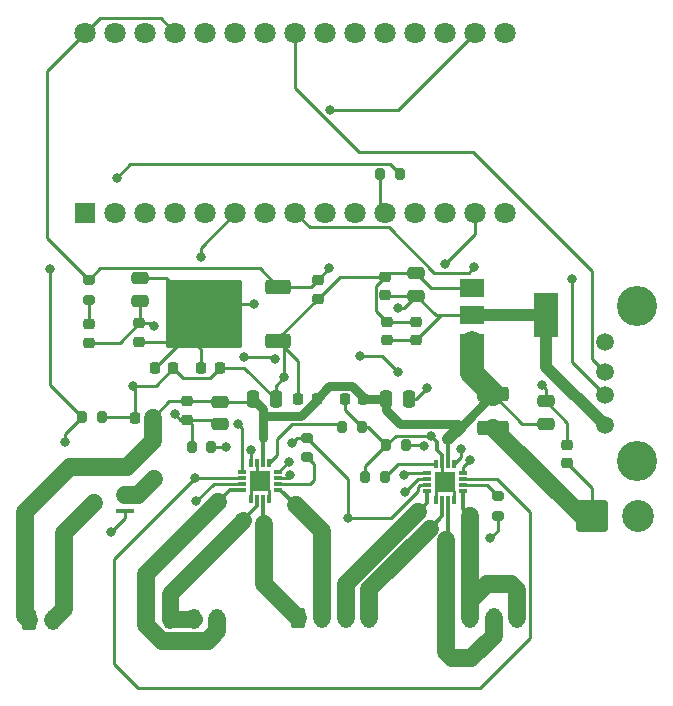
<source format=gtl>
G04 #@! TF.GenerationSoftware,KiCad,Pcbnew,7.0.1*
G04 #@! TF.CreationDate,2023-08-25T11:55:28+10:00*
G04 #@! TF.ProjectId,Firetruck,46697265-7472-4756-936b-2e6b69636164,rev?*
G04 #@! TF.SameCoordinates,Original*
G04 #@! TF.FileFunction,Copper,L1,Top*
G04 #@! TF.FilePolarity,Positive*
%FSLAX46Y46*%
G04 Gerber Fmt 4.6, Leading zero omitted, Abs format (unit mm)*
G04 Created by KiCad (PCBNEW 7.0.1) date 2023-08-25 11:55:28*
%MOMM*%
%LPD*%
G01*
G04 APERTURE LIST*
G04 Aperture macros list*
%AMRoundRect*
0 Rectangle with rounded corners*
0 $1 Rounding radius*
0 $2 $3 $4 $5 $6 $7 $8 $9 X,Y pos of 4 corners*
0 Add a 4 corners polygon primitive as box body*
4,1,4,$2,$3,$4,$5,$6,$7,$8,$9,$2,$3,0*
0 Add four circle primitives for the rounded corners*
1,1,$1+$1,$2,$3*
1,1,$1+$1,$4,$5*
1,1,$1+$1,$6,$7*
1,1,$1+$1,$8,$9*
0 Add four rect primitives between the rounded corners*
20,1,$1+$1,$2,$3,$4,$5,0*
20,1,$1+$1,$4,$5,$6,$7,0*
20,1,$1+$1,$6,$7,$8,$9,0*
20,1,$1+$1,$8,$9,$2,$3,0*%
G04 Aperture macros list end*
G04 #@! TA.AperFunction,SMDPad,CuDef*
%ADD10RoundRect,0.200000X-0.275000X0.200000X-0.275000X-0.200000X0.275000X-0.200000X0.275000X0.200000X0*%
G04 #@! TD*
G04 #@! TA.AperFunction,SMDPad,CuDef*
%ADD11RoundRect,0.225000X0.225000X0.250000X-0.225000X0.250000X-0.225000X-0.250000X0.225000X-0.250000X0*%
G04 #@! TD*
G04 #@! TA.AperFunction,SMDPad,CuDef*
%ADD12RoundRect,0.250000X1.075000X-0.375000X1.075000X0.375000X-1.075000X0.375000X-1.075000X-0.375000X0*%
G04 #@! TD*
G04 #@! TA.AperFunction,ComponentPad*
%ADD13RoundRect,0.250001X-1.099999X-1.099999X1.099999X-1.099999X1.099999X1.099999X-1.099999X1.099999X0*%
G04 #@! TD*
G04 #@! TA.AperFunction,ComponentPad*
%ADD14C,2.700000*%
G04 #@! TD*
G04 #@! TA.AperFunction,SMDPad,CuDef*
%ADD15RoundRect,0.200000X-0.200000X-0.275000X0.200000X-0.275000X0.200000X0.275000X-0.200000X0.275000X0*%
G04 #@! TD*
G04 #@! TA.AperFunction,SMDPad,CuDef*
%ADD16RoundRect,0.225000X0.250000X-0.225000X0.250000X0.225000X-0.250000X0.225000X-0.250000X-0.225000X0*%
G04 #@! TD*
G04 #@! TA.AperFunction,ComponentPad*
%ADD17RoundRect,0.250000X-0.350000X-0.625000X0.350000X-0.625000X0.350000X0.625000X-0.350000X0.625000X0*%
G04 #@! TD*
G04 #@! TA.AperFunction,ComponentPad*
%ADD18O,1.200000X1.750000*%
G04 #@! TD*
G04 #@! TA.AperFunction,SMDPad,CuDef*
%ADD19RoundRect,0.225000X-0.250000X0.225000X-0.250000X-0.225000X0.250000X-0.225000X0.250000X0.225000X0*%
G04 #@! TD*
G04 #@! TA.AperFunction,SMDPad,CuDef*
%ADD20RoundRect,0.250000X0.475000X-0.250000X0.475000X0.250000X-0.475000X0.250000X-0.475000X-0.250000X0*%
G04 #@! TD*
G04 #@! TA.AperFunction,ComponentPad*
%ADD21R,1.800000X1.800000*%
G04 #@! TD*
G04 #@! TA.AperFunction,ComponentPad*
%ADD22C,1.800000*%
G04 #@! TD*
G04 #@! TA.AperFunction,SMDPad,CuDef*
%ADD23RoundRect,0.200000X0.200000X0.275000X-0.200000X0.275000X-0.200000X-0.275000X0.200000X-0.275000X0*%
G04 #@! TD*
G04 #@! TA.AperFunction,ComponentPad*
%ADD24C,3.400000*%
G04 #@! TD*
G04 #@! TA.AperFunction,ComponentPad*
%ADD25C,1.500000*%
G04 #@! TD*
G04 #@! TA.AperFunction,SMDPad,CuDef*
%ADD26RoundRect,0.250000X-0.475000X0.250000X-0.475000X-0.250000X0.475000X-0.250000X0.475000X0.250000X0*%
G04 #@! TD*
G04 #@! TA.AperFunction,SMDPad,CuDef*
%ADD27RoundRect,0.250000X-0.250000X-0.475000X0.250000X-0.475000X0.250000X0.475000X-0.250000X0.475000X0*%
G04 #@! TD*
G04 #@! TA.AperFunction,SMDPad,CuDef*
%ADD28R,0.300000X0.800000*%
G04 #@! TD*
G04 #@! TA.AperFunction,SMDPad,CuDef*
%ADD29R,0.800000X0.300000*%
G04 #@! TD*
G04 #@! TA.AperFunction,ComponentPad*
%ADD30C,0.500000*%
G04 #@! TD*
G04 #@! TA.AperFunction,SMDPad,CuDef*
%ADD31R,1.750000X1.750000*%
G04 #@! TD*
G04 #@! TA.AperFunction,HeatsinkPad*
%ADD32C,0.500000*%
G04 #@! TD*
G04 #@! TA.AperFunction,SMDPad,CuDef*
%ADD33RoundRect,0.225000X-0.225000X-0.375000X0.225000X-0.375000X0.225000X0.375000X-0.225000X0.375000X0*%
G04 #@! TD*
G04 #@! TA.AperFunction,SMDPad,CuDef*
%ADD34RoundRect,0.200000X0.275000X-0.200000X0.275000X0.200000X-0.275000X0.200000X-0.275000X-0.200000X0*%
G04 #@! TD*
G04 #@! TA.AperFunction,SMDPad,CuDef*
%ADD35R,1.500000X0.450000*%
G04 #@! TD*
G04 #@! TA.AperFunction,SMDPad,CuDef*
%ADD36RoundRect,0.218750X0.256250X-0.218750X0.256250X0.218750X-0.256250X0.218750X-0.256250X-0.218750X0*%
G04 #@! TD*
G04 #@! TA.AperFunction,SMDPad,CuDef*
%ADD37R,2.000000X1.500000*%
G04 #@! TD*
G04 #@! TA.AperFunction,SMDPad,CuDef*
%ADD38R,2.000000X3.800000*%
G04 #@! TD*
G04 #@! TA.AperFunction,SMDPad,CuDef*
%ADD39RoundRect,0.225000X-0.225000X-0.250000X0.225000X-0.250000X0.225000X0.250000X-0.225000X0.250000X0*%
G04 #@! TD*
G04 #@! TA.AperFunction,SMDPad,CuDef*
%ADD40RoundRect,0.250000X0.850000X0.350000X-0.850000X0.350000X-0.850000X-0.350000X0.850000X-0.350000X0*%
G04 #@! TD*
G04 #@! TA.AperFunction,SMDPad,CuDef*
%ADD41RoundRect,0.250000X1.275000X1.125000X-1.275000X1.125000X-1.275000X-1.125000X1.275000X-1.125000X0*%
G04 #@! TD*
G04 #@! TA.AperFunction,SMDPad,CuDef*
%ADD42RoundRect,0.249997X2.950003X2.650003X-2.950003X2.650003X-2.950003X-2.650003X2.950003X-2.650003X0*%
G04 #@! TD*
G04 #@! TA.AperFunction,ViaPad*
%ADD43C,0.800000*%
G04 #@! TD*
G04 #@! TA.AperFunction,Conductor*
%ADD44C,0.250000*%
G04 #@! TD*
G04 #@! TA.AperFunction,Conductor*
%ADD45C,0.300000*%
G04 #@! TD*
G04 #@! TA.AperFunction,Conductor*
%ADD46C,1.500000*%
G04 #@! TD*
G04 #@! TA.AperFunction,Conductor*
%ADD47C,1.000000*%
G04 #@! TD*
G04 #@! TA.AperFunction,Conductor*
%ADD48C,0.800000*%
G04 #@! TD*
G04 #@! TA.AperFunction,Conductor*
%ADD49C,2.000000*%
G04 #@! TD*
G04 #@! TA.AperFunction,Conductor*
%ADD50C,1.400000*%
G04 #@! TD*
G04 APERTURE END LIST*
D10*
X148350000Y-89970000D03*
X148350000Y-91620000D03*
D11*
X149185000Y-86680000D03*
X147635000Y-86680000D03*
D12*
X164120000Y-89120000D03*
X164120000Y-86320000D03*
D13*
X172480000Y-96645000D03*
D14*
X176440000Y-96645000D03*
D15*
X154575000Y-67650000D03*
X156225000Y-67650000D03*
D16*
X134170000Y-81840000D03*
X134170000Y-80290000D03*
D17*
X124860000Y-105450000D03*
D18*
X126860000Y-105450000D03*
D19*
X149290000Y-76665000D03*
X149290000Y-78215000D03*
D20*
X157640000Y-77970000D03*
X157640000Y-76070000D03*
D21*
X129620000Y-70930000D03*
D22*
X132160000Y-70930000D03*
X134700000Y-70930000D03*
X137240000Y-70930000D03*
X139780000Y-70930000D03*
X142320000Y-70930000D03*
X144860000Y-70930000D03*
X147400000Y-70930000D03*
X149940000Y-70930000D03*
X152480000Y-70930000D03*
X155020000Y-70930000D03*
X157560000Y-70930000D03*
X160100000Y-70930000D03*
X162640000Y-70930000D03*
X165180000Y-70930000D03*
X165180000Y-55690000D03*
X162640000Y-55690000D03*
X160100000Y-55690000D03*
X157560000Y-55690000D03*
X155020000Y-55690000D03*
X152480000Y-55690000D03*
X149940000Y-55690000D03*
X147400000Y-55690000D03*
X144860000Y-55690000D03*
X142320000Y-55690000D03*
X139780000Y-55690000D03*
X137240000Y-55690000D03*
X134700000Y-55690000D03*
X132160000Y-55690000D03*
X129620000Y-55690000D03*
D23*
X154945000Y-93350000D03*
X153295000Y-93350000D03*
X153010000Y-89050000D03*
X151360000Y-89050000D03*
D16*
X154990000Y-77920000D03*
X154990000Y-76370000D03*
D24*
X176290000Y-78840000D03*
X176290000Y-91980000D03*
D25*
X173580000Y-81910000D03*
X173580000Y-84410000D03*
X173580000Y-86410000D03*
X173580000Y-88910000D03*
D26*
X134220000Y-76480000D03*
X134220000Y-78380000D03*
D27*
X143820000Y-86740000D03*
X145720000Y-86740000D03*
D26*
X140980000Y-86945000D03*
X140980000Y-88845000D03*
D15*
X129350000Y-88200000D03*
X131000000Y-88200000D03*
D16*
X155120000Y-81740000D03*
X155120000Y-80190000D03*
D28*
X143655000Y-95135000D03*
X144155000Y-95135000D03*
X144655000Y-95135000D03*
X145155000Y-95135000D03*
D29*
X145905000Y-94385000D03*
X145905000Y-93885000D03*
X145905000Y-93385000D03*
X145905000Y-92885000D03*
D28*
X145155000Y-92135000D03*
X144655000Y-92135000D03*
X144155000Y-92135000D03*
X143655000Y-92135000D03*
D29*
X142905000Y-92885000D03*
X142905000Y-93385000D03*
X142905000Y-93885000D03*
X142905000Y-94385000D03*
D30*
X143915000Y-94125000D03*
X144905000Y-94125000D03*
D31*
X144405000Y-93635000D03*
D32*
X143915000Y-93125000D03*
D30*
X144905000Y-93125000D03*
D20*
X168570000Y-88810000D03*
X168570000Y-86910000D03*
D11*
X135330000Y-88280000D03*
X133780000Y-88280000D03*
D16*
X170420000Y-92150000D03*
X170420000Y-90600000D03*
D23*
X140265000Y-90740000D03*
X138615000Y-90740000D03*
D33*
X124490000Y-101110000D03*
X127790000Y-101110000D03*
D34*
X164530000Y-96575000D03*
X164530000Y-94925000D03*
D11*
X153130000Y-86670000D03*
X151580000Y-86670000D03*
D19*
X138220000Y-86900000D03*
X138220000Y-88450000D03*
D17*
X134770000Y-105370000D03*
D18*
X136770000Y-105370000D03*
X138770000Y-105370000D03*
X140770000Y-105370000D03*
D27*
X155080000Y-86690000D03*
X156980000Y-86690000D03*
D35*
X133000000Y-96170000D03*
X133000000Y-94870000D03*
X130340000Y-95520000D03*
D17*
X147640000Y-105270000D03*
D18*
X149640000Y-105270000D03*
X151640000Y-105270000D03*
X153640000Y-105270000D03*
D15*
X155090000Y-90620000D03*
X156740000Y-90620000D03*
D36*
X129940000Y-81947500D03*
X129940000Y-80372500D03*
D17*
X160180000Y-105290000D03*
D18*
X162180000Y-105290000D03*
X164180000Y-105290000D03*
X166180000Y-105290000D03*
D37*
X162340000Y-77330000D03*
X162340000Y-79630000D03*
D38*
X168640000Y-79630000D03*
D37*
X162340000Y-81930000D03*
D16*
X157630000Y-81740000D03*
X157630000Y-80190000D03*
D39*
X139440000Y-84100000D03*
X140990000Y-84100000D03*
D40*
X145960000Y-81800000D03*
D41*
X141335000Y-81045000D03*
X141335000Y-77995000D03*
D42*
X139660000Y-79520000D03*
D41*
X137985000Y-81045000D03*
X137985000Y-77995000D03*
D40*
X145960000Y-77240000D03*
D28*
X159320000Y-95220000D03*
X159820000Y-95220000D03*
X160320000Y-95220000D03*
X160820000Y-95220000D03*
D29*
X161570000Y-94470000D03*
X161570000Y-93970000D03*
X161570000Y-93470000D03*
X161570000Y-92970000D03*
D28*
X160820000Y-92220000D03*
X160320000Y-92220000D03*
X159820000Y-92220000D03*
X159320000Y-92220000D03*
D29*
X158570000Y-92970000D03*
X158570000Y-93470000D03*
X158570000Y-93970000D03*
X158570000Y-94470000D03*
D30*
X159580000Y-94210000D03*
X160570000Y-94210000D03*
D31*
X160070000Y-93720000D03*
D30*
X159580000Y-93210000D03*
X160570000Y-93210000D03*
D10*
X129880000Y-76650000D03*
X129880000Y-78300000D03*
D39*
X135500000Y-84100000D03*
X137050000Y-84100000D03*
D43*
X137160000Y-87990000D03*
X162540000Y-75540000D03*
X135430000Y-93500000D03*
X135380000Y-80500000D03*
X146420000Y-84870000D03*
X133660000Y-85600000D03*
X158870000Y-89810000D03*
X168250000Y-85540000D03*
X158530000Y-85740000D03*
X150280000Y-75620000D03*
X156090000Y-79000000D03*
X139015759Y-95345759D03*
X147120000Y-90410000D03*
X150310000Y-62260000D03*
X143900000Y-78640000D03*
X163900000Y-98490000D03*
X151870000Y-96810000D03*
X158240000Y-90710000D03*
X161410000Y-90930000D03*
X141480000Y-90750000D03*
X143629500Y-90985205D03*
X138865000Y-93385000D03*
X139370000Y-74690000D03*
X162190000Y-91880000D03*
X142570000Y-88810000D03*
X145695500Y-83300000D03*
X143000000Y-83130000D03*
X132320000Y-67960000D03*
X127910000Y-90310000D03*
X126630000Y-75700000D03*
X131800000Y-97940000D03*
X170780000Y-76530000D03*
X152840000Y-83030000D03*
X146940000Y-93160500D03*
X156050000Y-84390000D03*
X156650000Y-94600000D03*
X156630000Y-93100000D03*
X146820000Y-92000000D03*
X160100000Y-75280000D03*
D44*
X137620000Y-88450000D02*
X137160000Y-87990000D01*
X138220000Y-88450000D02*
X137620000Y-88450000D01*
X137850000Y-84900000D02*
X140190000Y-84900000D01*
X167255000Y-96255000D02*
X164470000Y-93470000D01*
X167255000Y-106955000D02*
X167255000Y-96255000D01*
X164470000Y-93470000D02*
X161570000Y-93470000D01*
X163060000Y-111150000D02*
X167255000Y-106955000D01*
X162075000Y-76005000D02*
X159155000Y-76005000D01*
X162540000Y-75540000D02*
X162075000Y-76005000D01*
X129880000Y-80312500D02*
X129940000Y-80372500D01*
X129880000Y-78300000D02*
X129880000Y-80312500D01*
X138220000Y-88450000D02*
X140585000Y-88450000D01*
X168570000Y-86910000D02*
X168570000Y-85860000D01*
X143655000Y-95135000D02*
X143655000Y-94385000D01*
X131000000Y-88200000D02*
X133700000Y-88200000D01*
D45*
X159820000Y-91470000D02*
X159380000Y-91030000D01*
D44*
X144155000Y-92135000D02*
X144155000Y-93385000D01*
X159320000Y-94470000D02*
X160070000Y-93720000D01*
X143080000Y-84100000D02*
X145720000Y-86740000D01*
X154190000Y-79260000D02*
X154190000Y-77170000D01*
X155090000Y-90620000D02*
X155890000Y-89820000D01*
X168570000Y-85860000D02*
X168250000Y-85540000D01*
X134220000Y-80240000D02*
X134170000Y-80290000D01*
X134220000Y-78380000D02*
X134220000Y-80240000D01*
X144155000Y-93385000D02*
X144405000Y-93635000D01*
D46*
X133000000Y-94870000D02*
X134060000Y-94870000D01*
D44*
X145155000Y-95135000D02*
X145155000Y-94385000D01*
X137050000Y-84100000D02*
X137850000Y-84900000D01*
X145960000Y-81545000D02*
X149290000Y-78215000D01*
X129940000Y-81947500D02*
X132512500Y-81947500D01*
X170420000Y-88760000D02*
X168570000Y-86910000D01*
X157580000Y-86690000D02*
X158530000Y-85740000D01*
X153520000Y-89050000D02*
X153010000Y-89050000D01*
X140585000Y-88450000D02*
X140980000Y-88845000D01*
X135550000Y-85600000D02*
X137050000Y-84100000D01*
X145720000Y-86740000D02*
X145720000Y-85570000D01*
X159820000Y-93470000D02*
X160070000Y-93720000D01*
X153295000Y-92415000D02*
X155090000Y-90620000D01*
X159320000Y-95220000D02*
X159320000Y-94470000D01*
X153010000Y-89050000D02*
X151580000Y-87620000D01*
X149290000Y-78215000D02*
X151135000Y-76370000D01*
X134170000Y-80290000D02*
X135170000Y-80290000D01*
X138615000Y-90740000D02*
X138615000Y-88845000D01*
X158860000Y-89820000D02*
X158870000Y-89810000D01*
X155090000Y-90620000D02*
X153520000Y-89050000D01*
X133660000Y-85600000D02*
X135550000Y-85600000D01*
X153295000Y-93350000D02*
X153295000Y-92415000D01*
X138615000Y-88845000D02*
X138220000Y-88450000D01*
X162340000Y-77330000D02*
X158900000Y-77330000D01*
X155120000Y-80190000D02*
X154190000Y-79260000D01*
D45*
X159380000Y-91030000D02*
X159380000Y-90320000D01*
D44*
X147635000Y-83475000D02*
X145960000Y-81800000D01*
X145960000Y-81800000D02*
X145960000Y-81545000D01*
X156980000Y-86690000D02*
X157580000Y-86690000D01*
X154190000Y-77170000D02*
X154990000Y-76370000D01*
X155290000Y-76070000D02*
X154990000Y-76370000D01*
X133700000Y-88200000D02*
X133780000Y-88280000D01*
X160820000Y-95220000D02*
X160820000Y-94470000D01*
X145720000Y-85570000D02*
X146420000Y-84870000D01*
X170420000Y-90600000D02*
X170420000Y-88760000D01*
X155120000Y-80190000D02*
X157630000Y-80190000D01*
X135170000Y-80290000D02*
X135380000Y-80500000D01*
X146420000Y-82260000D02*
X145960000Y-81800000D01*
X160820000Y-94470000D02*
X160070000Y-93720000D01*
X133780000Y-85720000D02*
X133660000Y-85600000D01*
X151135000Y-76370000D02*
X154990000Y-76370000D01*
X151580000Y-87620000D02*
X151580000Y-86670000D01*
X157640000Y-76070000D02*
X155290000Y-76070000D01*
X155890000Y-89820000D02*
X158860000Y-89820000D01*
X133780000Y-88280000D02*
X133780000Y-85720000D01*
X145155000Y-94385000D02*
X144405000Y-93635000D01*
X140990000Y-84100000D02*
X143080000Y-84100000D01*
X158900000Y-77330000D02*
X157640000Y-76070000D01*
X143655000Y-94385000D02*
X144405000Y-93635000D01*
X132512500Y-81947500D02*
X134170000Y-80290000D01*
X147635000Y-86680000D02*
X147635000Y-83475000D01*
X140190000Y-84900000D02*
X140990000Y-84100000D01*
D46*
X134060000Y-94870000D02*
X135430000Y-93500000D01*
D44*
X159820000Y-92220000D02*
X159820000Y-93470000D01*
X146420000Y-84870000D02*
X146420000Y-82260000D01*
D45*
X159380000Y-90320000D02*
X158870000Y-89810000D01*
X159820000Y-92220000D02*
X159820000Y-91470000D01*
D47*
X173580000Y-88910000D02*
X168640000Y-83970000D01*
X168640000Y-83970000D02*
X168640000Y-79630000D01*
D44*
X156610000Y-79000000D02*
X157640000Y-77970000D01*
X148715000Y-77240000D02*
X149290000Y-76665000D01*
X129880000Y-76650000D02*
X126340000Y-73110000D01*
X130845000Y-54465000D02*
X136015000Y-54465000D01*
X155040000Y-77970000D02*
X154990000Y-77920000D01*
X156090000Y-79000000D02*
X156610000Y-79000000D01*
X159300000Y-79630000D02*
X157640000Y-77970000D01*
X162340000Y-79630000D02*
X159300000Y-79630000D01*
X144375000Y-75655000D02*
X145960000Y-77240000D01*
X136015000Y-54465000D02*
X137240000Y-55690000D01*
X149290000Y-76665000D02*
X149290000Y-76610000D01*
X157630000Y-81740000D02*
X159740000Y-79630000D01*
X126340000Y-73110000D02*
X126340000Y-58970000D01*
X145960000Y-77240000D02*
X148715000Y-77240000D01*
X149290000Y-76610000D02*
X150280000Y-75620000D01*
X130875000Y-75655000D02*
X144375000Y-75655000D01*
X129620000Y-55690000D02*
X130845000Y-54465000D01*
D47*
X162340000Y-79630000D02*
X168640000Y-79630000D01*
D44*
X159740000Y-79630000D02*
X162340000Y-79630000D01*
X157640000Y-77970000D02*
X155040000Y-77970000D01*
X126340000Y-58970000D02*
X129620000Y-55690000D01*
X129880000Y-76650000D02*
X130875000Y-75655000D01*
X155120000Y-81740000D02*
X157630000Y-81740000D01*
X155465305Y-96810000D02*
X151870000Y-96810000D01*
X148350000Y-89970000D02*
X147560000Y-89970000D01*
X136470000Y-76480000D02*
X137985000Y-77995000D01*
X141980000Y-78640000D02*
X141335000Y-77995000D01*
X142905000Y-93885000D02*
X140476518Y-93885000D01*
X156070000Y-62260000D02*
X150310000Y-62260000D01*
X143900000Y-78640000D02*
X141980000Y-78640000D01*
X163900000Y-98490000D02*
X164530000Y-97860000D01*
X135500000Y-84100000D02*
X137985000Y-81615000D01*
X158570000Y-93970000D02*
X157960000Y-93970000D01*
X164530000Y-97860000D02*
X164530000Y-96575000D01*
X147560000Y-89970000D02*
X147120000Y-90410000D01*
X139440000Y-84100000D02*
X139440000Y-82500000D01*
X137985000Y-81615000D02*
X137985000Y-81045000D01*
X148350000Y-89970000D02*
X151830000Y-93450000D01*
X134220000Y-76480000D02*
X136470000Y-76480000D01*
X157750000Y-94525305D02*
X155465305Y-96810000D01*
X139440000Y-82500000D02*
X137985000Y-81045000D01*
X162640000Y-55690000D02*
X156070000Y-62260000D01*
X137190000Y-81840000D02*
X137985000Y-81045000D01*
X157750000Y-94180000D02*
X157750000Y-94525305D01*
X134170000Y-81840000D02*
X137190000Y-81840000D01*
X157960000Y-93970000D02*
X157750000Y-94180000D01*
X151870000Y-93490000D02*
X151830000Y-93450000D01*
X140476518Y-93885000D02*
X139015759Y-95345759D01*
X151870000Y-96810000D02*
X151870000Y-93490000D01*
X136710000Y-86900000D02*
X138220000Y-86900000D01*
X166610000Y-88810000D02*
X164120000Y-86320000D01*
D46*
X124490000Y-96265000D02*
X128325000Y-92430000D01*
D48*
X144745000Y-88105000D02*
X147851726Y-88105000D01*
X161170000Y-88810000D02*
X156238812Y-88810000D01*
X153130000Y-86670000D02*
X155060000Y-86670000D01*
X156238812Y-88810000D02*
X155080000Y-87651188D01*
X155060000Y-86670000D02*
X155080000Y-86690000D01*
D44*
X140935000Y-86900000D02*
X140980000Y-86945000D01*
D48*
X149185000Y-86680000D02*
X150270000Y-85595000D01*
D44*
X144870000Y-87790000D02*
X144630000Y-87550000D01*
D45*
X144655000Y-90025000D02*
X144630000Y-90000000D01*
D46*
X124490000Y-101110000D02*
X124490000Y-96265000D01*
D48*
X155080000Y-87651188D02*
X155080000Y-86690000D01*
X144630000Y-88220000D02*
X144630000Y-90000000D01*
D46*
X124490000Y-105080000D02*
X124490000Y-101110000D01*
D48*
X161400000Y-89040000D02*
X164120000Y-86320000D01*
X149185000Y-86771726D02*
X149185000Y-86680000D01*
D44*
X168570000Y-88810000D02*
X166610000Y-88810000D01*
D45*
X160320000Y-92220000D02*
X160320000Y-90120000D01*
D44*
X138220000Y-86900000D02*
X140935000Y-86900000D01*
D48*
X144630000Y-88220000D02*
X144745000Y-88105000D01*
X161400000Y-89040000D02*
X161170000Y-88810000D01*
X144630000Y-87550000D02*
X144630000Y-88220000D01*
X152146726Y-85595000D02*
X153130000Y-86578274D01*
D46*
X128325000Y-92430000D02*
X133150000Y-92430000D01*
D45*
X144655000Y-92135000D02*
X144655000Y-90025000D01*
D47*
X160320000Y-90120000D02*
X161400000Y-89040000D01*
D44*
X143615000Y-86945000D02*
X143820000Y-86740000D01*
X135330000Y-88280000D02*
X136710000Y-86900000D01*
D46*
X124860000Y-105450000D02*
X124490000Y-105080000D01*
D49*
X162340000Y-84540000D02*
X164120000Y-86320000D01*
X162340000Y-81930000D02*
X162340000Y-84540000D01*
D46*
X135330000Y-90250000D02*
X135330000Y-88280000D01*
D44*
X140980000Y-86945000D02*
X143615000Y-86945000D01*
D48*
X143820000Y-86740000D02*
X144630000Y-87550000D01*
X150270000Y-85595000D02*
X152146726Y-85595000D01*
X147851726Y-88105000D02*
X149185000Y-86771726D01*
D46*
X133150000Y-92430000D02*
X135330000Y-90250000D01*
X171645000Y-96645000D02*
X172480000Y-96645000D01*
D44*
X172480000Y-94210000D02*
X172480000Y-96645000D01*
X170420000Y-92150000D02*
X172480000Y-94210000D01*
D46*
X164120000Y-89120000D02*
X171645000Y-96645000D01*
D45*
X144155000Y-95795000D02*
X142975000Y-96975000D01*
D50*
X136770000Y-105370000D02*
X138770000Y-105370000D01*
X136770000Y-103180000D02*
X136770000Y-105370000D01*
X142975000Y-96975000D02*
X136770000Y-103180000D01*
D45*
X144155000Y-95135000D02*
X144155000Y-95795000D01*
D44*
X145905000Y-93885000D02*
X148665000Y-93885000D01*
X148665000Y-93885000D02*
X148960000Y-93590000D01*
X148960000Y-92230000D02*
X148350000Y-91620000D01*
X148960000Y-93590000D02*
X148960000Y-92230000D01*
X161570000Y-93970000D02*
X163575000Y-93970000D01*
X163575000Y-93970000D02*
X164530000Y-94925000D01*
X156075000Y-92220000D02*
X159320000Y-92220000D01*
X154945000Y-93350000D02*
X156075000Y-92220000D01*
X156740000Y-90620000D02*
X158150000Y-90620000D01*
X161410000Y-91630000D02*
X160820000Y-92220000D01*
X161410000Y-90930000D02*
X161410000Y-91630000D01*
X158150000Y-90620000D02*
X158240000Y-90710000D01*
X145830000Y-91460000D02*
X145830000Y-90070000D01*
X145830000Y-90070000D02*
X147070000Y-88830000D01*
X145155000Y-92135000D02*
X145830000Y-91460000D01*
X151140000Y-88830000D02*
X151360000Y-89050000D01*
X147070000Y-88830000D02*
X151140000Y-88830000D01*
X143655000Y-91010705D02*
X143629500Y-90985205D01*
X143655000Y-92135000D02*
X143655000Y-91010705D01*
X141480000Y-90750000D02*
X140275000Y-90750000D01*
X140275000Y-90750000D02*
X140265000Y-90740000D01*
X132025000Y-100225000D02*
X138865000Y-93385000D01*
X139370000Y-73880000D02*
X139370000Y-74690000D01*
X163060000Y-111150000D02*
X134050000Y-111150000D01*
X134050000Y-111150000D02*
X132025000Y-109125000D01*
X132025000Y-109125000D02*
X132025000Y-100225000D01*
X142320000Y-70930000D02*
X139370000Y-73880000D01*
X138865000Y-93385000D02*
X142905000Y-93385000D01*
D46*
X134770000Y-105370000D02*
X134770000Y-105837031D01*
X136127969Y-107195000D02*
X139965000Y-107195000D01*
X134770000Y-105837031D02*
X136127969Y-107195000D01*
X140770000Y-106390000D02*
X140770000Y-105370000D01*
X139965000Y-107195000D02*
X140770000Y-106390000D01*
X134770000Y-101500000D02*
X134770000Y-105370000D01*
D45*
X141885000Y-94385000D02*
X140835000Y-95435000D01*
X142905000Y-94385000D02*
X141885000Y-94385000D01*
D46*
X140835000Y-95435000D02*
X134770000Y-101500000D01*
D44*
X142905000Y-92885000D02*
X142905000Y-89145000D01*
X159155000Y-76005000D02*
X155320000Y-72170000D01*
X161570000Y-92500000D02*
X162190000Y-91880000D01*
X145525500Y-83130000D02*
X145695500Y-83300000D01*
X142905000Y-89145000D02*
X142570000Y-88810000D01*
X161570000Y-92970000D02*
X161570000Y-92500000D01*
X148640000Y-72170000D02*
X147400000Y-70930000D01*
X143000000Y-83130000D02*
X145525500Y-83130000D01*
X155320000Y-72170000D02*
X148640000Y-72170000D01*
D46*
X144745000Y-102375000D02*
X147640000Y-105270000D01*
X144745000Y-97285000D02*
X144745000Y-102375000D01*
D45*
X144655000Y-95135000D02*
X144655000Y-97195000D01*
X144655000Y-97195000D02*
X144745000Y-97285000D01*
D46*
X149640000Y-98120000D02*
X149640000Y-105270000D01*
X149640000Y-97900000D02*
X147440000Y-95700000D01*
D45*
X146125000Y-94385000D02*
X147440000Y-95700000D01*
D46*
X149640000Y-98120000D02*
X149640000Y-97900000D01*
D45*
X145905000Y-94385000D02*
X146125000Y-94385000D01*
D44*
X154575000Y-67650000D02*
X154575000Y-70485000D01*
X154575000Y-70485000D02*
X155020000Y-70930000D01*
X133430000Y-66850000D02*
X155425000Y-66850000D01*
X132320000Y-67960000D02*
X133430000Y-66850000D01*
X131800000Y-97940000D02*
X133000000Y-96740000D01*
X133000000Y-96740000D02*
X133000000Y-96170000D01*
X155425000Y-66850000D02*
X156225000Y-67650000D01*
X126630000Y-85480000D02*
X126630000Y-75700000D01*
X127910000Y-90310000D02*
X127910000Y-89640000D01*
X129350000Y-88200000D02*
X126630000Y-85480000D01*
X127910000Y-89640000D02*
X129350000Y-88200000D01*
X173580000Y-86410000D02*
X170780000Y-83610000D01*
X170780000Y-83610000D02*
X170780000Y-76530000D01*
X162450000Y-65790000D02*
X152814695Y-65790000D01*
X152814695Y-65790000D02*
X147400000Y-60375305D01*
X173580000Y-84410000D02*
X172505000Y-83335000D01*
X172505000Y-75845000D02*
X162450000Y-65790000D01*
X147400000Y-60375305D02*
X147400000Y-55690000D01*
X172505000Y-83335000D02*
X172505000Y-75845000D01*
D46*
X126860000Y-105450000D02*
X127790000Y-104520000D01*
X127790000Y-104520000D02*
X127790000Y-101110000D01*
X127790000Y-101110000D02*
X127790000Y-98070000D01*
X127790000Y-98070000D02*
X130340000Y-95520000D01*
X160180000Y-108130000D02*
X160680000Y-108630000D01*
D45*
X160320000Y-98080000D02*
X160530000Y-98290000D01*
D46*
X160180000Y-105290000D02*
X160180000Y-98640000D01*
X164180000Y-106740000D02*
X164180000Y-105290000D01*
X160680000Y-108630000D02*
X162290000Y-108630000D01*
X160180000Y-105290000D02*
X160180000Y-108130000D01*
X162290000Y-108630000D02*
X164180000Y-106740000D01*
D45*
X160320000Y-95220000D02*
X160320000Y-98080000D01*
X161570000Y-94470000D02*
X161570000Y-95980000D01*
D46*
X165645000Y-102380000D02*
X166180000Y-102915000D01*
X163600000Y-102380000D02*
X165645000Y-102380000D01*
D45*
X161570000Y-95980000D02*
X162180000Y-96590000D01*
D46*
X162180000Y-105290000D02*
X162180000Y-103800000D01*
X162180000Y-103800000D02*
X163600000Y-102380000D01*
X166180000Y-102915000D02*
X166180000Y-105290000D01*
X162180000Y-105290000D02*
X162180000Y-96590000D01*
X151640000Y-105270000D02*
X151640000Y-102400000D01*
D45*
X158570000Y-94470000D02*
X158570000Y-95470000D01*
X158570000Y-95470000D02*
X157760000Y-96280000D01*
D46*
X151640000Y-102400000D02*
X157760000Y-96280000D01*
D45*
X159820000Y-95220000D02*
X159820000Y-96624164D01*
X159820000Y-96624164D02*
X158767082Y-97677082D01*
D46*
X153640000Y-103040000D02*
X153640000Y-102804164D01*
X153640000Y-105270000D02*
X153640000Y-103040000D01*
X153640000Y-102804164D02*
X158767082Y-97677082D01*
D44*
X146715500Y-93385000D02*
X146940000Y-93160500D01*
X152840000Y-83030000D02*
X154690000Y-83030000D01*
X145905000Y-93385000D02*
X146715500Y-93385000D01*
X154690000Y-83030000D02*
X156050000Y-84390000D01*
X157780000Y-93470000D02*
X156650000Y-94600000D01*
X158570000Y-93470000D02*
X157780000Y-93470000D01*
X156760000Y-92970000D02*
X156630000Y-93100000D01*
X158570000Y-92970000D02*
X156760000Y-92970000D01*
X160100000Y-75280000D02*
X162640000Y-72740000D01*
X145935000Y-92885000D02*
X146820000Y-92000000D01*
X162640000Y-72740000D02*
X162640000Y-70930000D01*
X145905000Y-92885000D02*
X145935000Y-92885000D01*
M02*

</source>
